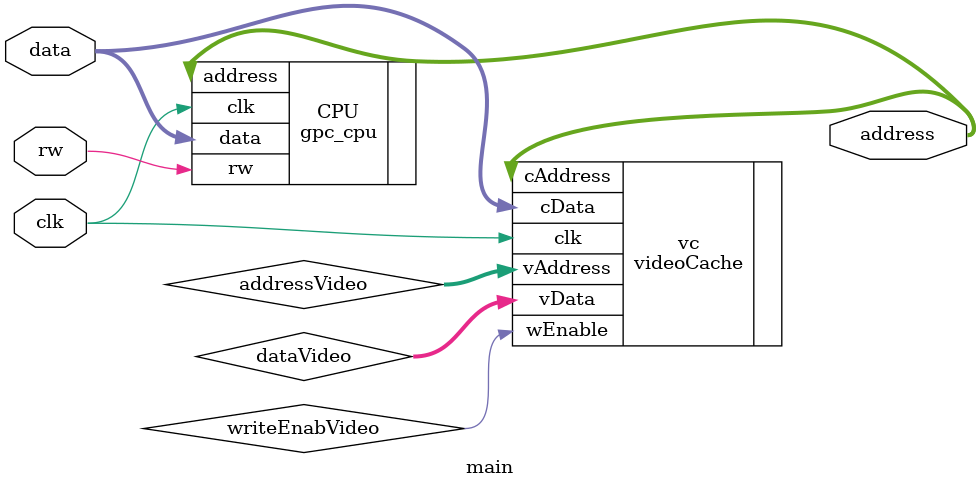
<source format=v>
module main(data,address,clk,rw);
	inout [7:0]data;
	output [15:0]address;
	input clk;
	input rw;
	wire[7:0] dataVideo;
	wire[15:0] addressVideo;
	wire writeEnabVideo;
	gpc_cpu CPU(.address(address), .data(data), .clk(clk), .rw(rw));
	videoCache vc(.cAddress(address), .cData(data), .vAddress(addressVideo), .vData(dataVideo), .wEnable(writeEnabVideo), .clk(clk));
endmodule
</source>
